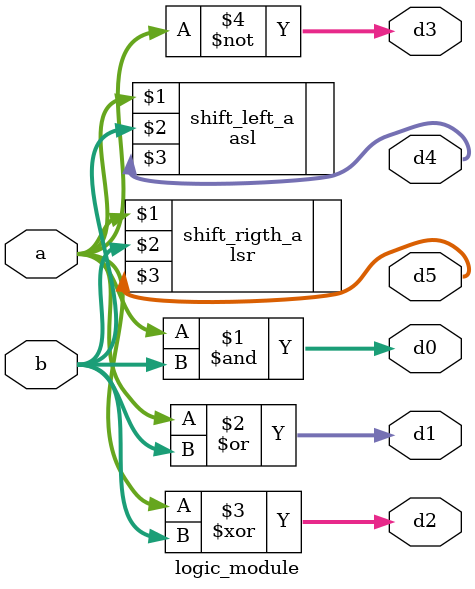
<source format=sv>
module logic_module
	#(parameter N = 4)
	(input logic [N - 1 : 0] a, b, output logic [N : 1 - 0] d0, d1, d2, d3, d4, d5);
	
	assign d0 = a & b;
	assign d1 = a | b;
	assign d2 = a ^ b;
	assign d3 = ~a;
	
	asl #(N) shift_left_a (a, b, d4);
	lsr #(N) shift_rigth_a (a, b, d5);
	
	
endmodule

</source>
